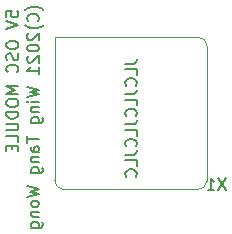
<source format=gbr>
%TF.GenerationSoftware,KiCad,Pcbnew,(5.1.9-0-10_14)*%
%TF.CreationDate,2021-09-10T16:08:35-07:00*%
%TF.ProjectId,CLOCK-MODULE,434c4f43-4b2d-44d4-9f44-554c452e6b69,rev?*%
%TF.SameCoordinates,Original*%
%TF.FileFunction,Legend,Bot*%
%TF.FilePolarity,Positive*%
%FSLAX46Y46*%
G04 Gerber Fmt 4.6, Leading zero omitted, Abs format (unit mm)*
G04 Created by KiCad (PCBNEW (5.1.9-0-10_14)) date 2021-09-10 16:08:35*
%MOMM*%
%LPD*%
G01*
G04 APERTURE LIST*
%ADD10C,0.150000*%
%ADD11C,0.120000*%
G04 APERTURE END LIST*
D10*
X-5991666Y9071428D02*
X-6039285Y9119047D01*
X-6182142Y9214285D01*
X-6277380Y9261904D01*
X-6420238Y9309523D01*
X-6658333Y9357142D01*
X-6848809Y9357142D01*
X-7086904Y9309523D01*
X-7229761Y9261904D01*
X-7324999Y9214285D01*
X-7467857Y9119047D01*
X-7515476Y9071428D01*
X-6467857Y8119047D02*
X-6420238Y8166666D01*
X-6372619Y8309523D01*
X-6372619Y8404761D01*
X-6420238Y8547619D01*
X-6515476Y8642857D01*
X-6610714Y8690476D01*
X-6801190Y8738095D01*
X-6944047Y8738095D01*
X-7134523Y8690476D01*
X-7229761Y8642857D01*
X-7324999Y8547619D01*
X-7372619Y8404761D01*
X-7372619Y8309523D01*
X-7324999Y8166666D01*
X-7277380Y8119047D01*
X-5991666Y7785714D02*
X-6039285Y7738095D01*
X-6182142Y7642857D01*
X-6277380Y7595238D01*
X-6420238Y7547619D01*
X-6658333Y7500000D01*
X-6848809Y7500000D01*
X-7086904Y7547619D01*
X-7229761Y7595238D01*
X-7325000Y7642857D01*
X-7467857Y7738095D01*
X-7515476Y7785714D01*
X-7277380Y7071428D02*
X-7325000Y7023809D01*
X-7372619Y6928571D01*
X-7372619Y6690476D01*
X-7325000Y6595238D01*
X-7277380Y6547619D01*
X-7182142Y6500000D01*
X-7086904Y6500000D01*
X-6944047Y6547619D01*
X-6372619Y7119047D01*
X-6372619Y6500000D01*
X-7372619Y5880952D02*
X-7372619Y5785714D01*
X-7325000Y5690476D01*
X-7277380Y5642857D01*
X-7182142Y5595238D01*
X-6991666Y5547619D01*
X-6753571Y5547619D01*
X-6563095Y5595238D01*
X-6467857Y5642857D01*
X-6420238Y5690476D01*
X-6372619Y5785714D01*
X-6372619Y5880952D01*
X-6420238Y5976190D01*
X-6467857Y6023809D01*
X-6563095Y6071428D01*
X-6753571Y6119047D01*
X-6991666Y6119047D01*
X-7182142Y6071428D01*
X-7277380Y6023809D01*
X-7325000Y5976190D01*
X-7372619Y5880952D01*
X-7277380Y5166666D02*
X-7325000Y5119047D01*
X-7372619Y5023809D01*
X-7372619Y4785714D01*
X-7325000Y4690476D01*
X-7277380Y4642857D01*
X-7182142Y4595238D01*
X-7086904Y4595238D01*
X-6944047Y4642857D01*
X-6372619Y5214285D01*
X-6372619Y4595238D01*
X-6372619Y3642857D02*
X-6372619Y4214285D01*
X-6372619Y3928571D02*
X-7372619Y3928571D01*
X-7229761Y4023809D01*
X-7134523Y4119047D01*
X-7086904Y4214285D01*
X-7372619Y2547619D02*
X-6372619Y2309523D01*
X-7086904Y2119047D01*
X-6372619Y1928571D01*
X-7372619Y1690476D01*
X-6372619Y1309523D02*
X-7039285Y1309523D01*
X-7372619Y1309523D02*
X-7325000Y1357142D01*
X-7277380Y1309523D01*
X-7325000Y1261904D01*
X-7372619Y1309523D01*
X-7277380Y1309523D01*
X-7039285Y833333D02*
X-6372619Y833333D01*
X-6944047Y833333D02*
X-6991666Y785714D01*
X-7039285Y690476D01*
X-7039285Y547619D01*
X-6991666Y452380D01*
X-6896428Y404761D01*
X-6372619Y404761D01*
X-7039285Y-499999D02*
X-6229761Y-499999D01*
X-6134523Y-452380D01*
X-6086904Y-404761D01*
X-6039285Y-309523D01*
X-6039285Y-166666D01*
X-6086904Y-71428D01*
X-6420238Y-499999D02*
X-6372619Y-404761D01*
X-6372619Y-214285D01*
X-6420238Y-119047D01*
X-6467857Y-71428D01*
X-6563095Y-23809D01*
X-6848809Y-23809D01*
X-6944047Y-71428D01*
X-6991666Y-119047D01*
X-7039285Y-214285D01*
X-7039285Y-404761D01*
X-6991666Y-499999D01*
X-7372619Y-1595238D02*
X-7372619Y-2166666D01*
X-6372619Y-1880952D02*
X-7372619Y-1880952D01*
X-6372619Y-2928571D02*
X-6896428Y-2928571D01*
X-6991666Y-2880952D01*
X-7039285Y-2785714D01*
X-7039285Y-2595238D01*
X-6991666Y-2499999D01*
X-6420238Y-2928571D02*
X-6372619Y-2833333D01*
X-6372619Y-2595238D01*
X-6420238Y-2499999D01*
X-6515476Y-2452380D01*
X-6610714Y-2452380D01*
X-6705952Y-2499999D01*
X-6753571Y-2595238D01*
X-6753571Y-2833333D01*
X-6801190Y-2928571D01*
X-7039285Y-3404761D02*
X-6372619Y-3404761D01*
X-6944047Y-3404761D02*
X-6991666Y-3452380D01*
X-7039285Y-3547619D01*
X-7039285Y-3690476D01*
X-6991666Y-3785714D01*
X-6896428Y-3833333D01*
X-6372619Y-3833333D01*
X-7039285Y-4738095D02*
X-6229761Y-4738095D01*
X-6134523Y-4690476D01*
X-6086904Y-4642857D01*
X-6039285Y-4547619D01*
X-6039285Y-4404761D01*
X-6086904Y-4309523D01*
X-6420238Y-4738095D02*
X-6372619Y-4642857D01*
X-6372619Y-4452380D01*
X-6420238Y-4357142D01*
X-6467857Y-4309523D01*
X-6563095Y-4261904D01*
X-6848809Y-4261904D01*
X-6944047Y-4309523D01*
X-6991666Y-4357142D01*
X-7039285Y-4452380D01*
X-7039285Y-4642857D01*
X-6991666Y-4738095D01*
X-7372619Y-5880952D02*
X-6372619Y-6119047D01*
X-7086904Y-6309523D01*
X-6372619Y-6499999D01*
X-7372619Y-6738095D01*
X-6372619Y-7261904D02*
X-6420238Y-7166666D01*
X-6467857Y-7119047D01*
X-6563095Y-7071428D01*
X-6848809Y-7071428D01*
X-6944047Y-7119047D01*
X-6991666Y-7166666D01*
X-7039285Y-7261904D01*
X-7039285Y-7404761D01*
X-6991666Y-7499999D01*
X-6944047Y-7547619D01*
X-6848809Y-7595238D01*
X-6563095Y-7595238D01*
X-6467857Y-7547619D01*
X-6420238Y-7499999D01*
X-6372619Y-7404761D01*
X-6372619Y-7261904D01*
X-7039285Y-8023809D02*
X-6372619Y-8023809D01*
X-6944047Y-8023809D02*
X-6991666Y-8071428D01*
X-7039285Y-8166666D01*
X-7039285Y-8309523D01*
X-6991666Y-8404761D01*
X-6896428Y-8452380D01*
X-6372619Y-8452380D01*
X-7039285Y-9357142D02*
X-6229761Y-9357142D01*
X-6134523Y-9309523D01*
X-6086904Y-9261904D01*
X-6039285Y-9166666D01*
X-6039285Y-9023809D01*
X-6086904Y-8928571D01*
X-6420238Y-9357142D02*
X-6372619Y-9261904D01*
X-6372619Y-9071428D01*
X-6420238Y-8976190D01*
X-6467857Y-8928571D01*
X-6563095Y-8880952D01*
X-6848809Y-8880952D01*
X-6944047Y-8928571D01*
X-6991666Y-8976190D01*
X-7039285Y-9071428D01*
X-7039285Y-9261904D01*
X-6991666Y-9357142D01*
X927380Y4519047D02*
X1641666Y4519047D01*
X1784523Y4566666D01*
X1879761Y4661904D01*
X1927380Y4804761D01*
X1927380Y4899999D01*
X1927380Y3566666D02*
X1927380Y4042857D01*
X927380Y4042857D01*
X1832142Y2661904D02*
X1879761Y2709523D01*
X1927380Y2852380D01*
X1927380Y2947619D01*
X1879761Y3090476D01*
X1784523Y3185714D01*
X1689285Y3233333D01*
X1498809Y3280952D01*
X1355952Y3280952D01*
X1165476Y3233333D01*
X1070238Y3185714D01*
X975000Y3090476D01*
X927380Y2947619D01*
X927380Y2852380D01*
X975000Y2709523D01*
X1022619Y2661904D01*
X927380Y1947619D02*
X1641666Y1947619D01*
X1784523Y1995238D01*
X1879761Y2090476D01*
X1927380Y2233333D01*
X1927380Y2328571D01*
X1927380Y995238D02*
X1927380Y1471428D01*
X927380Y1471428D01*
X1832142Y90476D02*
X1879761Y138095D01*
X1927380Y280952D01*
X1927380Y376190D01*
X1879761Y519047D01*
X1784523Y614285D01*
X1689285Y661904D01*
X1498809Y709523D01*
X1355952Y709523D01*
X1165476Y661904D01*
X1070238Y614285D01*
X975000Y519047D01*
X927380Y376190D01*
X927380Y280952D01*
X975000Y138095D01*
X1022619Y90476D01*
X927380Y-623809D02*
X1641666Y-623809D01*
X1784523Y-576190D01*
X1879761Y-480952D01*
X1927380Y-338095D01*
X1927380Y-242857D01*
X1927380Y-1576190D02*
X1927380Y-1100000D01*
X927380Y-1100000D01*
X1832142Y-2480952D02*
X1879761Y-2433333D01*
X1927380Y-2290476D01*
X1927380Y-2195238D01*
X1879761Y-2052380D01*
X1784523Y-1957142D01*
X1689285Y-1909523D01*
X1498809Y-1861904D01*
X1355952Y-1861904D01*
X1165476Y-1909523D01*
X1070238Y-1957142D01*
X974999Y-2052380D01*
X927380Y-2195238D01*
X927380Y-2290476D01*
X974999Y-2433333D01*
X1022619Y-2480952D01*
X927380Y-3195238D02*
X1641666Y-3195238D01*
X1784523Y-3147619D01*
X1879761Y-3052380D01*
X1927380Y-2909523D01*
X1927380Y-2814285D01*
X1927380Y-4147619D02*
X1927380Y-3671428D01*
X927380Y-3671428D01*
X1832142Y-5052380D02*
X1879761Y-5004761D01*
X1927380Y-4861904D01*
X1927380Y-4766666D01*
X1879761Y-4623809D01*
X1784523Y-4528571D01*
X1689285Y-4480952D01*
X1498809Y-4433333D01*
X1355952Y-4433333D01*
X1165476Y-4480952D01*
X1070238Y-4528571D01*
X974999Y-4623809D01*
X927380Y-4766666D01*
X927380Y-4861904D01*
X974999Y-5004761D01*
X1022619Y-5052380D01*
X-9122619Y8488214D02*
X-9122619Y8964404D01*
X-8646428Y9012023D01*
X-8694047Y8964404D01*
X-8741666Y8869166D01*
X-8741666Y8631071D01*
X-8694047Y8535833D01*
X-8646428Y8488214D01*
X-8551190Y8440595D01*
X-8313095Y8440595D01*
X-8217857Y8488214D01*
X-8170238Y8535833D01*
X-8122619Y8631071D01*
X-8122619Y8869166D01*
X-8170238Y8964404D01*
X-8217857Y9012023D01*
X-9122619Y8154880D02*
X-8122619Y7821547D01*
X-9122619Y7488214D01*
X-9122619Y6202500D02*
X-9122619Y6012023D01*
X-9075000Y5916785D01*
X-8979761Y5821547D01*
X-8789285Y5773928D01*
X-8455952Y5773928D01*
X-8265476Y5821547D01*
X-8170238Y5916785D01*
X-8122619Y6012023D01*
X-8122619Y6202500D01*
X-8170238Y6297738D01*
X-8265476Y6392976D01*
X-8455952Y6440595D01*
X-8789285Y6440595D01*
X-8979761Y6392976D01*
X-9075000Y6297738D01*
X-9122619Y6202500D01*
X-8170238Y5392976D02*
X-8122619Y5250119D01*
X-8122619Y5012023D01*
X-8170238Y4916785D01*
X-8217857Y4869166D01*
X-8313095Y4821547D01*
X-8408333Y4821547D01*
X-8503571Y4869166D01*
X-8551190Y4916785D01*
X-8598809Y5012023D01*
X-8646428Y5202500D01*
X-8694047Y5297738D01*
X-8741666Y5345357D01*
X-8836904Y5392976D01*
X-8932142Y5392976D01*
X-9027380Y5345357D01*
X-9075000Y5297738D01*
X-9122619Y5202500D01*
X-9122619Y4964404D01*
X-9075000Y4821547D01*
X-8217857Y3821547D02*
X-8170238Y3869166D01*
X-8122619Y4012023D01*
X-8122619Y4107261D01*
X-8170238Y4250119D01*
X-8265476Y4345357D01*
X-8360714Y4392976D01*
X-8551190Y4440595D01*
X-8694047Y4440595D01*
X-8884523Y4392976D01*
X-8979761Y4345357D01*
X-9075000Y4250119D01*
X-9122619Y4107261D01*
X-9122619Y4012023D01*
X-9075000Y3869166D01*
X-9027380Y3821547D01*
X-8122619Y2631071D02*
X-9122619Y2631071D01*
X-8408333Y2297738D01*
X-9122619Y1964404D01*
X-8122619Y1964404D01*
X-9122619Y1297738D02*
X-9122619Y1107261D01*
X-9075000Y1012023D01*
X-8979761Y916785D01*
X-8789285Y869166D01*
X-8455952Y869166D01*
X-8265476Y916785D01*
X-8170238Y1012023D01*
X-8122619Y1107261D01*
X-8122619Y1297738D01*
X-8170238Y1392976D01*
X-8265476Y1488214D01*
X-8455952Y1535833D01*
X-8789285Y1535833D01*
X-8979761Y1488214D01*
X-9075000Y1392976D01*
X-9122619Y1297738D01*
X-8122619Y440595D02*
X-9122619Y440595D01*
X-9122619Y202500D01*
X-9075000Y59642D01*
X-8979761Y-35595D01*
X-8884523Y-83214D01*
X-8694047Y-130833D01*
X-8551190Y-130833D01*
X-8360714Y-83214D01*
X-8265476Y-35595D01*
X-8170238Y59642D01*
X-8122619Y202500D01*
X-8122619Y440595D01*
X-9122619Y-559404D02*
X-8313095Y-559404D01*
X-8217857Y-607023D01*
X-8170238Y-654642D01*
X-8122619Y-749880D01*
X-8122619Y-940357D01*
X-8170238Y-1035595D01*
X-8217857Y-1083214D01*
X-8313095Y-1130833D01*
X-9122619Y-1130833D01*
X-8122619Y-2083214D02*
X-8122619Y-1607023D01*
X-9122619Y-1607023D01*
X-8646428Y-2416547D02*
X-8646428Y-2749880D01*
X-8122619Y-2892738D02*
X-8122619Y-2416547D01*
X-9122619Y-2416547D01*
X-9122619Y-2892738D01*
D11*
%TO.C,X1*%
X7110000Y6770000D02*
G75*
G02*
X7860000Y6020000I0J-750000D01*
G01*
X7860000Y-5380000D02*
G75*
G02*
X7110000Y-6130000I-750000J0D01*
G01*
X-4290000Y-6130000D02*
G75*
G02*
X-5040000Y-5380000I0J750000D01*
G01*
X-5040000Y6770000D02*
X7110000Y6770000D01*
X7860000Y6020000D02*
X7860000Y-5380000D01*
X7110000Y-6130000D02*
X-4290000Y-6130000D01*
X-5040000Y-5380000D02*
X-5040000Y6770000D01*
D10*
X9484523Y-5177380D02*
X8817857Y-6177380D01*
X8817857Y-5177380D02*
X9484523Y-6177380D01*
X7913095Y-6177380D02*
X8484523Y-6177380D01*
X8198809Y-6177380D02*
X8198809Y-5177380D01*
X8294047Y-5320238D01*
X8389285Y-5415476D01*
X8484523Y-5463095D01*
%TD*%
M02*

</source>
